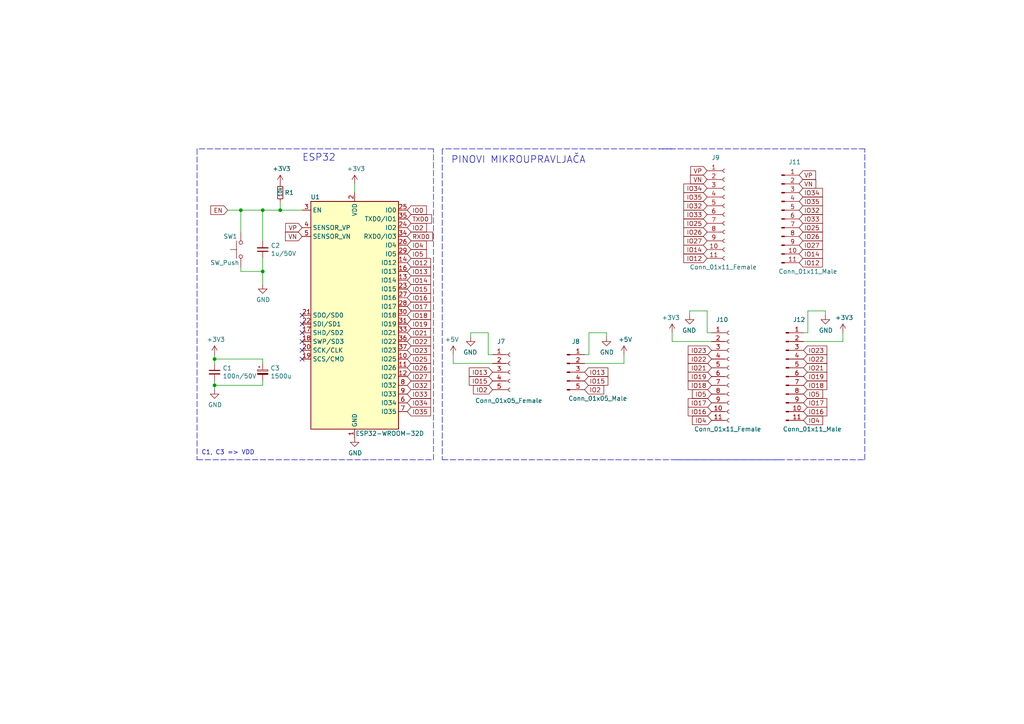
<source format=kicad_sch>
(kicad_sch (version 20211123) (generator eeschema)
  (paper "A4")
  (title_block (title "ESP32IoTPlatform") (date "2022-02-09") (rev "v4r1") (company "TVZ"))
  (lib_symbols
    (symbol "Connector:Conn_01x05_Female" (pin_names (offset 1.016) hide)
      (property "Reference" "J" (at 0 7.62 0))
      (property "Value" "Conn_01x05_Female" (at 0 -7.62 0))
      (symbol "Conn_01x05_Female_1_1"
        (arc (start 0 -4.572) (mid -0.508 -5.08) (end 0 -5.588) (stroke (width 0.1524)))
        (arc (start 0 -2.032) (mid -0.508 -2.54) (end 0 -3.048) (stroke (width 0.1524)))
        (polyline (pts (xy -1.27 -5.08) (xy -0.508 -5.08)) (stroke (width 0.1524)))
        (polyline (pts (xy -1.27 -2.54) (xy -0.508 -2.54)) (stroke (width 0.1524)))
        (polyline (pts (xy -1.27 0) (xy -0.508 0)) (stroke (width 0.1524)))
        (polyline (pts (xy -1.27 2.54) (xy -0.508 2.54)) (stroke (width 0.1524)))
        (polyline (pts (xy -1.27 5.08) (xy -0.508 5.08)) (stroke (width 0.1524)))
        (arc (start 0 0.508) (mid -0.508 0) (end 0 -0.508) (stroke (width 0.1524)))
        (arc (start 0 3.048) (mid -0.508 2.54) (end 0 2.032) (stroke (width 0.1524)))
        (arc (start 0 5.588) (mid -0.508 5.08) (end 0 4.572) (stroke (width 0.1524)))
        (pin passive line (at -5.08 5.08 0) (length 3.81) (name "Pin_1") (number "1"))
        (pin passive line (at -5.08 2.54 0) (length 3.81) (name "Pin_2") (number "2"))
        (pin passive line (at -5.08 0 0) (length 3.81) (name "Pin_3") (number "3"))
        (pin passive line (at -5.08 -2.54 0) (length 3.81) (name "Pin_4") (number "4"))
        (pin passive line (at -5.08 -5.08 0) (length 3.81) (name "Pin_5") (number "5"))
      )
    )
    (symbol "Connector:Conn_01x05_Male" (pin_names (offset 1.016) hide)
      (property "Reference" "J" (at 0 7.62 0))
      (property "Value" "Conn_01x05_Male" (at 0 -7.62 0))
      (symbol "Conn_01x05_Male_1_1"
        (polyline (pts (xy 1.27 -5.08) (xy 0.8636 -5.08)) (stroke (width 0.1524)))
        (polyline (pts (xy 1.27 -2.54) (xy 0.8636 -2.54)) (stroke (width 0.1524)))
        (polyline (pts (xy 1.27 0) (xy 0.8636 0)) (stroke (width 0.1524)))
        (polyline (pts (xy 1.27 2.54) (xy 0.8636 2.54)) (stroke (width 0.1524)))
        (polyline (pts (xy 1.27 5.08) (xy 0.8636 5.08)) (stroke (width 0.1524)))
        (rectangle (start 0.8636 -4.953) (end 0 -5.207) (stroke (width 0.1524)) (fill (type outline)))
        (rectangle (start 0.8636 -2.413) (end 0 -2.667) (stroke (width 0.1524)) (fill (type outline)))
        (rectangle (start 0.8636 0.127) (end 0 -0.127) (stroke (width 0.1524)) (fill (type outline)))
        (rectangle (start 0.8636 2.667) (end 0 2.413) (stroke (width 0.1524)) (fill (type outline)))
        (rectangle (start 0.8636 5.207) (end 0 4.953) (stroke (width 0.1524)) (fill (type outline)))
        (pin passive line (at 5.08 5.08 180) (length 3.81) (name "Pin_1") (number "1"))
        (pin passive line (at 5.08 2.54 180) (length 3.81) (name "Pin_2") (number "2"))
        (pin passive line (at 5.08 0 180) (length 3.81) (name "Pin_3") (number "3"))
        (pin passive line (at 5.08 -2.54 180) (length 3.81) (name "Pin_4") (number "4"))
        (pin passive line (at 5.08 -5.08 180) (length 3.81) (name "Pin_5") (number "5"))
      )
    )
    (symbol "Connector:Conn_01x11_Female" (pin_names (offset 1.016) hide)
      (property "Reference" "J" (at 0 15.24 0))
      (property "Value" "Conn_01x11_Female" (at 0 -15.24 0))
      (symbol "Conn_01x11_Female_1_1"
        (arc (start 0 -12.192) (mid -0.508 -12.7) (end 0 -13.208) (stroke (width 0.1524)))
        (arc (start 0 -9.652) (mid -0.508 -10.16) (end 0 -10.668) (stroke (width 0.1524)))
        (arc (start 0 -7.112) (mid -0.508 -7.62) (end 0 -8.128) (stroke (width 0.1524)))
        (arc (start 0 -4.572) (mid -0.508 -5.08) (end 0 -5.588) (stroke (width 0.1524)))
        (arc (start 0 -2.032) (mid -0.508 -2.54) (end 0 -3.048) (stroke (width 0.1524)))
        (polyline (pts (xy -1.27 -12.7) (xy -0.508 -12.7)) (stroke (width 0.1524)))
        (polyline (pts (xy -1.27 -10.16) (xy -0.508 -10.16)) (stroke (width 0.1524)))
        (polyline (pts (xy -1.27 -7.62) (xy -0.508 -7.62)) (stroke (width 0.1524)))
        (polyline (pts (xy -1.27 -5.08) (xy -0.508 -5.08)) (stroke (width 0.1524)))
        (polyline (pts (xy -1.27 -2.54) (xy -0.508 -2.54)) (stroke (width 0.1524)))
        (polyline (pts (xy -1.27 0) (xy -0.508 0)) (stroke (width 0.1524)))
        (polyline (pts (xy -1.27 2.54) (xy -0.508 2.54)) (stroke (width 0.1524)))
        (polyline (pts (xy -1.27 5.08) (xy -0.508 5.08)) (stroke (width 0.1524)))
        (polyline (pts (xy -1.27 7.62) (xy -0.508 7.62)) (stroke (width 0.1524)))
        (polyline (pts (xy -1.27 10.16) (xy -0.508 10.16)) (stroke (width 0.1524)))
        (polyline (pts (xy -1.27 12.7) (xy -0.508 12.7)) (stroke (width 0.1524)))
        (arc (start 0 0.508) (mid -0.508 0) (end 0 -0.508) (stroke (width 0.1524)))
        (arc (start 0 3.048) (mid -0.508 2.54) (end 0 2.032) (stroke (width 0.1524)))
        (arc (start 0 5.588) (mid -0.508 5.08) (end 0 4.572) (stroke (width 0.1524)))
        (arc (start 0 8.128) (mid -0.508 7.62) (end 0 7.112) (stroke (width 0.1524)))
        (arc (start 0 10.668) (mid -0.508 10.16) (end 0 9.652) (stroke (width 0.1524)))
        (arc (start 0 13.208) (mid -0.508 12.7) (end 0 12.192) (stroke (width 0.1524)))
        (pin passive line (at -5.08 12.7 0) (length 3.81) (name "Pin_1") (number "1"))
        (pin passive line (at -5.08 -10.16 0) (length 3.81) (name "Pin_10") (number "10"))
        (pin passive line (at -5.08 -12.7 0) (length 3.81) (name "Pin_11") (number "11"))
        (pin passive line (at -5.08 10.16 0) (length 3.81) (name "Pin_2") (number "2"))
        (pin passive line (at -5.08 7.62 0) (length 3.81) (name "Pin_3") (number "3"))
        (pin passive line (at -5.08 5.08 0) (length 3.81) (name "Pin_4") (number "4"))
        (pin passive line (at -5.08 2.54 0) (length 3.81) (name "Pin_5") (number "5"))
        (pin passive line (at -5.08 0 0) (length 3.81) (name "Pin_6") (number "6"))
        (pin passive line (at -5.08 -2.54 0) (length 3.81) (name "Pin_7") (number "7"))
        (pin passive line (at -5.08 -5.08 0) (length 3.81) (name "Pin_8") (number "8"))
        (pin passive line (at -5.08 -7.62 0) (length 3.81) (name "Pin_9") (number "9"))
      )
    )
    (symbol "Connector:Conn_01x11_Male" (pin_names (offset 1.016) hide)
      (property "Reference" "J" (at 0 15.24 0))
      (property "Value" "Conn_01x11_Male" (at 0 -15.24 0))
      (symbol "Conn_01x11_Male_1_1"
        (polyline (pts (xy 1.27 -12.7) (xy 0.8636 -12.7)) (stroke (width 0.1524)))
        (polyline (pts (xy 1.27 -10.16) (xy 0.8636 -10.16)) (stroke (width 0.1524)))
        (polyline (pts (xy 1.27 -7.62) (xy 0.8636 -7.62)) (stroke (width 0.1524)))
        (polyline (pts (xy 1.27 -5.08) (xy 0.8636 -5.08)) (stroke (width 0.1524)))
        (polyline (pts (xy 1.27 -2.54) (xy 0.8636 -2.54)) (stroke (width 0.1524)))
        (polyline (pts (xy 1.27 0) (xy 0.8636 0)) (stroke (width 0.1524)))
        (polyline (pts (xy 1.27 2.54) (xy 0.8636 2.54)) (stroke (width 0.1524)))
        (polyline (pts (xy 1.27 5.08) (xy 0.8636 5.08)) (stroke (width 0.1524)))
        (polyline (pts (xy 1.27 7.62) (xy 0.8636 7.62)) (stroke (width 0.1524)))
        (polyline (pts (xy 1.27 10.16) (xy 0.8636 10.16)) (stroke (width 0.1524)))
        (polyline (pts (xy 1.27 12.7) (xy 0.8636 12.7)) (stroke (width 0.1524)))
        (rectangle (start 0.8636 -12.573) (end 0 -12.827) (stroke (width 0.1524)) (fill (type outline)))
        (rectangle (start 0.8636 -10.033) (end 0 -10.287) (stroke (width 0.1524)) (fill (type outline)))
        (rectangle (start 0.8636 -7.493) (end 0 -7.747) (stroke (width 0.1524)) (fill (type outline)))
        (rectangle (start 0.8636 -4.953) (end 0 -5.207) (stroke (width 0.1524)) (fill (type outline)))
        (rectangle (start 0.8636 -2.413) (end 0 -2.667) (stroke (width 0.1524)) (fill (type outline)))
        (rectangle (start 0.8636 0.127) (end 0 -0.127) (stroke (width 0.1524)) (fill (type outline)))
        (rectangle (start 0.8636 2.667) (end 0 2.413) (stroke (width 0.1524)) (fill (type outline)))
        (rectangle (start 0.8636 5.207) (end 0 4.953) (stroke (width 0.1524)) (fill (type outline)))
        (rectangle (start 0.8636 7.747) (end 0 7.493) (stroke (width 0.1524)) (fill (type outline)))
        (rectangle (start 0.8636 10.287) (end 0 10.033) (stroke (width 0.1524)) (fill (type outline)))
        (rectangle (start 0.8636 12.827) (end 0 12.573) (stroke (width 0.1524)) (fill (type outline)))
        (pin passive line (at 5.08 12.7 180) (length 3.81) (name "Pin_1") (number "1"))
        (pin passive line (at 5.08 -10.16 180) (length 3.81) (name "Pin_10") (number "10"))
        (pin passive line (at 5.08 -12.7 180) (length 3.81) (name "Pin_11") (number "11"))
        (pin passive line (at 5.08 10.16 180) (length 3.81) (name "Pin_2") (number "2"))
        (pin passive line (at 5.08 7.62 180) (length 3.81) (name "Pin_3") (number "3"))
        (pin passive line (at 5.08 5.08 180) (length 3.81) (name "Pin_4") (number "4"))
        (pin passive line (at 5.08 2.54 180) (length 3.81) (name "Pin_5") (number "5"))
        (pin passive line (at 5.08 0 180) (length 3.81) (name "Pin_6") (number "6"))
        (pin passive line (at 5.08 -2.54 180) (length 3.81) (name "Pin_7") (number "7"))
        (pin passive line (at 5.08 -5.08 180) (length 3.81) (name "Pin_8") (number "8"))
        (pin passive line (at 5.08 -7.62 180) (length 3.81) (name "Pin_9") (number "9"))
      )
    )
    (symbol "Device:C_Polarized_Small" (pin_numbers hide) (pin_names (offset 0.254) hide)
      (property "Reference" "C" (at 0.254 1.778 0))
      (property "Value" "C_Polarized_Small" (at 0.254 -2.032 0))
      (symbol "C_Polarized_Small_0_1"
        (rectangle (start -1.524 -0.3048) (end 1.524 -0.6858) (fill (type outline)))
        (rectangle (start -1.524 0.6858) (end 1.524 0.3048))
        (polyline (pts (xy -1.27 1.524) (xy -0.762 1.524)))
        (polyline (pts (xy -1.016 1.27) (xy -1.016 1.778)))
      )
      (symbol "C_Polarized_Small_1_1"
        (pin passive line (at 0 2.54 270) (length 1.8542) (name "~") (number "1"))
        (pin passive line (at 0 -2.54 90) (length 1.8542) (name "~") (number "2"))
      )
    )
    (symbol "Device:C_Small" (pin_numbers hide) (pin_names (offset 0.254) hide)
      (property "Reference" "C" (at 0.254 1.778 0))
      (property "Value" "C_Small" (at 0.254 -2.032 0))
      (symbol "C_Small_0_1"
        (polyline (pts (xy -1.524 -0.508) (xy 1.524 -0.508)) (stroke (width 0.3302)))
        (polyline (pts (xy -1.524 0.508) (xy 1.524 0.508)) (stroke (width 0.3048)))
      )
      (symbol "C_Small_1_1"
        (pin passive line (at 0 2.54 270) (length 2.032) (name "~") (number "1"))
        (pin passive line (at 0 -2.54 90) (length 2.032) (name "~") (number "2"))
      )
    )
    (symbol "Device:R_Small" (pin_numbers hide) (pin_names (offset 0.254) hide)
      (property "Reference" "R" (at 0.762 0.508 0))
      (property "Value" "R_Small" (at 0.762 -1.016 0))
      (symbol "R_Small_0_1"
        (rectangle (start -0.762 1.778) (end 0.762 -1.778) (stroke (width 0.2032)))
      )
      (symbol "R_Small_1_1"
        (pin passive line (at 0 2.54 270) (length 0.762) (name "~") (number "1"))
        (pin passive line (at 0 -2.54 90) (length 0.762) (name "~") (number "2"))
      )
    )
    (symbol "RF_Module:ESP32-WROOM-32D"
      (property "Reference" "U" (at -12.7 34.29 0))
      (property "Value" "ESP32-WROOM-32D" (at 1.27 34.29 0))
      (symbol "ESP32-WROOM-32D_0_1"
        (rectangle (start -12.7 33.02) (end 12.7 -33.02) (stroke (width 0.254)) (fill (type background)))
      )
      (symbol "ESP32-WROOM-32D_1_1"
        (pin power_in line (at 0 -35.56 90) (length 2.54) (name "GND") (number "1"))
        (pin bidirectional line (at 15.24 -12.7 180) (length 2.54) (name "IO25") (number "10"))
        (pin bidirectional line (at 15.24 -15.24 180) (length 2.54) (name "IO26") (number "11"))
        (pin bidirectional line (at 15.24 -17.78 180) (length 2.54) (name "IO27") (number "12"))
        (pin bidirectional line (at 15.24 10.16 180) (length 2.54) (name "IO14") (number "13"))
        (pin bidirectional line (at 15.24 15.24 180) (length 2.54) (name "IO12") (number "14"))
        (pin passive line (at 0 -35.56 90) (length 2.54) hide (name "GND") (number "15"))
        (pin bidirectional line (at 15.24 12.7 180) (length 2.54) (name "IO13") (number "16"))
        (pin bidirectional line (at -15.24 -5.08 0) (length 2.54) (name "SHD/SD2") (number "17"))
        (pin bidirectional line (at -15.24 -7.62 0) (length 2.54) (name "SWP/SD3") (number "18"))
        (pin bidirectional line (at -15.24 -12.7 0) (length 2.54) (name "SCS/CMD") (number "19"))
        (pin power_in line (at 0 35.56 270) (length 2.54) (name "VDD") (number "2"))
        (pin bidirectional line (at -15.24 -10.16 0) (length 2.54) (name "SCK/CLK") (number "20"))
        (pin bidirectional line (at -15.24 0 0) (length 2.54) (name "SDO/SD0") (number "21"))
        (pin bidirectional line (at -15.24 -2.54 0) (length 2.54) (name "SDI/SD1") (number "22"))
        (pin bidirectional line (at 15.24 7.62 180) (length 2.54) (name "IO15") (number "23"))
        (pin bidirectional line (at 15.24 25.4 180) (length 2.54) (name "IO2") (number "24"))
        (pin bidirectional line (at 15.24 30.48 180) (length 2.54) (name "IO0") (number "25"))
        (pin bidirectional line (at 15.24 20.32 180) (length 2.54) (name "IO4") (number "26"))
        (pin bidirectional line (at 15.24 5.08 180) (length 2.54) (name "IO16") (number "27"))
        (pin bidirectional line (at 15.24 2.54 180) (length 2.54) (name "IO17") (number "28"))
        (pin bidirectional line (at 15.24 17.78 180) (length 2.54) (name "IO5") (number "29"))
        (pin input line (at -15.24 30.48 0) (length 2.54) (name "EN") (number "3"))
        (pin bidirectional line (at 15.24 0 180) (length 2.54) (name "IO18") (number "30"))
        (pin bidirectional line (at 15.24 -2.54 180) (length 2.54) (name "IO19") (number "31"))
        (pin no_connect line (at -12.7 -27.94 0) (length 2.54) hide (name "NC") (number "32"))
        (pin bidirectional line (at 15.24 -5.08 180) (length 2.54) (name "IO21") (number "33"))
        (pin bidirectional line (at 15.24 22.86 180) (length 2.54) (name "RXD0/IO3") (number "34"))
        (pin bidirectional line (at 15.24 27.94 180) (length 2.54) (name "TXD0/IO1") (number "35"))
        (pin bidirectional line (at 15.24 -7.62 180) (length 2.54) (name "IO22") (number "36"))
        (pin bidirectional line (at 15.24 -10.16 180) (length 2.54) (name "IO23") (number "37"))
        (pin passive line (at 0 -35.56 90) (length 2.54) hide (name "GND") (number "38"))
        (pin passive line (at 0 -35.56 90) (length 2.54) hide (name "GND") (number "39"))
        (pin input line (at -15.24 25.4 0) (length 2.54) (name "SENSOR_VP") (number "4"))
        (pin input line (at -15.24 22.86 0) (length 2.54) (name "SENSOR_VN") (number "5"))
        (pin input line (at 15.24 -25.4 180) (length 2.54) (name "IO34") (number "6"))
        (pin input line (at 15.24 -27.94 180) (length 2.54) (name "IO35") (number "7"))
        (pin bidirectional line (at 15.24 -20.32 180) (length 2.54) (name "IO32") (number "8"))
        (pin bidirectional line (at 15.24 -22.86 180) (length 2.54) (name "IO33") (number "9"))
      )
    )
    (symbol "Switch:SW_Push" (pin_numbers hide) (pin_names (offset 1.016) hide)
      (property "Reference" "SW" (at 1.27 2.54 0))
      (property "Value" "SW_Push" (at 0 -1.524 0))
      (symbol "SW_Push_0_1"
        (circle (center -2.032 0) (radius 0.508))
        (polyline (pts (xy 0 1.27) (xy 0 3.048)))
        (polyline (pts (xy 2.54 1.27) (xy -2.54 1.27)))
        (circle (center 2.032 0) (radius 0.508))
        (pin passive line (at -5.08 0 0) (length 2.54) (name "1") (number "1"))
        (pin passive line (at 5.08 0 180) (length 2.54) (name "2") (number "2"))
      )
    )
    (symbol "power:+3V3" (power) (pin_names (offset 0))
      (property "Value" "+3V3" (at 0 3.556 0))
      (symbol "+3V3_0_1"
        (polyline (pts (xy -0.762 1.27) (xy 0 2.54)))
        (polyline (pts (xy 0 0) (xy 0 2.54)))
        (polyline (pts (xy 0 2.54) (xy 0.762 1.27)))
      )
      (symbol "+3V3_1_1"
        (pin power_in line (at 0 0 90) (length 0) hide (name "+3V3") (number "1"))
      )
    )
    (symbol "power:+5V" (power) (pin_names (offset 0))
      (property "Value" "+5V" (at 0 3.556 0))
      (symbol "+5V_0_1"
        (polyline (pts (xy -0.762 1.27) (xy 0 2.54)))
        (polyline (pts (xy 0 0) (xy 0 2.54)))
        (polyline (pts (xy 0 2.54) (xy 0.762 1.27)))
      )
      (symbol "+5V_1_1"
        (pin power_in line (at 0 0 90) (length 0) hide (name "+5V") (number "1"))
      )
    )
    (symbol "power:GND" (power) (pin_names (offset 0))
      (property "Value" "GND" (at 0 -3.81 0))
      (symbol "GND_0_1"
        (polyline (pts (xy 0 0) (xy 0 -1.27) (xy 1.27 -1.27) (xy 0 -2.54) (xy -1.27 -1.27) (xy 0 -1.27)))
      )
      (symbol "GND_1_1"
        (pin power_in line (at 0 0 270) (length 0) hide (name "GND") (number "1"))
      )
    )
  )
  (junction (at 76.2 78.74))
  (junction (at 62.23 104.14))
  (junction (at 69.85 60.96))
  (junction (at 81.28 60.96))
  (junction (at 76.2 60.96))
  (junction (at 62.23 111.76))
  (no_connect (at 87.63 104.14))
  (no_connect (at 87.63 93.98))
  (no_connect (at 87.63 91.44))
  (no_connect (at 87.63 101.6))
  (no_connect (at 87.63 99.06))
  (no_connect (at 87.63 96.52))
  (wire (pts (xy 170.815 102.87) (xy 170.815 96.52)))
  (wire (pts (xy 76.2 60.96) (xy 81.28 60.96)))
  (wire (pts (xy 81.28 60.96) (xy 87.63 60.96)))
  (wire (pts (xy 194.945 96.52) (xy 194.945 99.06)))
  (wire (pts (xy 131.445 105.41) (xy 142.875 105.41)))
  (polyline (pts (xy 125.73 133.35) (xy 125.73 43.18)))
  (wire (pts (xy 69.85 67.31) (xy 69.85 60.96)))
  (wire (pts (xy 66.04 60.96) (xy 69.85 60.96)))
  (wire (pts (xy 76.2 78.74) (xy 76.2 82.55)))
  (wire (pts (xy 62.23 111.76) (xy 76.2 111.76)))
  (wire (pts (xy 141.605 96.52) (xy 136.525 96.52)))
  (wire (pts (xy 239.395 91.44) (xy 239.395 90.17)))
  (wire (pts (xy 62.23 111.76) (xy 62.23 113.03)))
  (wire (pts (xy 76.2 105.41) (xy 76.2 104.14)))
  (wire (pts (xy 205.105 96.52) (xy 206.375 96.52)))
  (wire (pts (xy 62.23 105.41) (xy 62.23 104.14)))
  (wire (pts (xy 69.85 60.96) (xy 76.2 60.96)))
  (wire (pts (xy 142.875 102.87) (xy 141.605 102.87)))
  (polyline (pts (xy 128.27 133.35) (xy 226.695 133.35)))
  (wire (pts (xy 180.975 105.41) (xy 169.545 105.41)))
  (wire (pts (xy 234.315 96.52) (xy 233.045 96.52)))
  (wire (pts (xy 175.895 96.52) (xy 175.895 97.79)))
  (wire (pts (xy 194.945 99.06) (xy 206.375 99.06)))
  (polyline (pts (xy 57.15 43.18) (xy 57.15 133.35)))
  (wire (pts (xy 62.23 102.87) (xy 62.23 104.14)))
  (wire (pts (xy 234.315 90.17) (xy 234.315 96.52)))
  (wire (pts (xy 81.28 58.42) (xy 81.28 60.96)))
  (wire (pts (xy 76.2 69.85) (xy 76.2 60.96)))
  (wire (pts (xy 62.23 111.76) (xy 62.23 110.49)))
  (wire (pts (xy 69.85 78.74) (xy 76.2 78.74)))
  (wire (pts (xy 76.2 110.49) (xy 76.2 111.76)))
  (wire (pts (xy 200.025 90.17) (xy 205.105 90.17)))
  (polyline (pts (xy 196.215 133.35) (xy 250.825 133.35)))
  (wire (pts (xy 244.475 99.06) (xy 233.045 99.06)))
  (wire (pts (xy 200.025 91.44) (xy 200.025 90.17)))
  (wire (pts (xy 102.87 53.34) (xy 102.87 55.88)))
  (wire (pts (xy 205.105 90.17) (xy 205.105 96.52)))
  (wire (pts (xy 169.545 102.87) (xy 170.815 102.87)))
  (wire (pts (xy 180.975 102.87) (xy 180.975 105.41)))
  (wire (pts (xy 131.445 102.87) (xy 131.445 105.41)))
  (polyline (pts (xy 125.73 43.18) (xy 57.15 43.18)))
  (polyline (pts (xy 194.945 43.18) (xy 128.27 43.18)))
  (wire (pts (xy 141.605 102.87) (xy 141.605 96.52)))
  (polyline (pts (xy 250.825 43.18) (xy 191.135 43.18)))
  (wire (pts (xy 136.525 96.52) (xy 136.525 97.79)))
  (polyline (pts (xy 57.15 133.35) (xy 125.73 133.35)))
  (polyline (pts (xy 128.27 43.18) (xy 128.27 133.35)))
  (wire (pts (xy 69.85 77.47) (xy 69.85 78.74)))
  (wire (pts (xy 76.2 74.93) (xy 76.2 78.74)))
  (wire (pts (xy 62.23 104.14) (xy 76.2 104.14)))
  (polyline (pts (xy 250.825 133.35) (xy 250.825 43.18)))
  (wire (pts (xy 244.475 96.52) (xy 244.475 99.06)))
  (wire (pts (xy 239.395 90.17) (xy 234.315 90.17)))
  (wire (pts (xy 170.815 96.52) (xy 175.895 96.52)))
  (text "ESP32" (at 87.63 46.99 0) (effects (font (size 2.0066 2.0066)) (justify left bottom)))
  (text "PINOVI MIKROUPRAVLJAČA" (at 130.81 47.625 0) (effects (font (size 2.0066 2.0066)) (justify left bottom)))
  (text "C1, C3 => VDD" (at 58.42 132.08 0) (effects (font (size 1.27 1.27)) (justify left bottom)))
  (global_label "IO34" (shape input) (at 231.775 55.88 0) (property "Intersheet References" "${INTERSHEET_REFS}" (effects hide)))
  (global_label "IO14" (shape input) (at 231.775 73.66 0) (property "Intersheet References" "${INTERSHEET_REFS}" (effects hide)))
  (global_label "IO35" (shape input) (at 231.775 58.42 0) (property "Intersheet References" "${INTERSHEET_REFS}" (effects hide)))
  (global_label "IO35" (shape input) (at 205.105 57.15 180) (property "Intersheet References" "${INTERSHEET_REFS}" (effects hide)))
  (global_label "IO16" (shape input) (at 118.11 86.36 0) (property "Intersheet References" "${INTERSHEET_REFS}" (effects hide)))
  (global_label "IO18" (shape input) (at 118.11 91.44 0) (property "Intersheet References" "${INTERSHEET_REFS}" (effects hide)))
  (global_label "IO17" (shape input) (at 233.045 116.84 0) (property "Intersheet References" "${INTERSHEET_REFS}" (effects hide)))
  (global_label "IO18" (shape input) (at 206.375 111.76 180) (property "Intersheet References" "${INTERSHEET_REFS}" (effects hide)))
  (global_label "VN" (shape input) (at 205.105 52.07 180) (property "Intersheet References" "${INTERSHEET_REFS}" (effects hide)))
  (global_label "VN" (shape input) (at 231.775 53.34 0) (property "Intersheet References" "${INTERSHEET_REFS}" (effects hide)))
  (global_label "VP" (shape input) (at 87.63 66.04 180) (property "Intersheet References" "${INTERSHEET_REFS}" (effects hide)))
  (global_label "IO33" (shape input) (at 118.11 114.3 0) (property "Intersheet References" "${INTERSHEET_REFS}" (effects hide)))
  (global_label "IO12" (shape input) (at 118.11 76.2 0) (property "Intersheet References" "${INTERSHEET_REFS}" (effects hide)))
  (global_label "IO27" (shape input) (at 118.11 109.22 0) (property "Intersheet References" "${INTERSHEET_REFS}" (effects hide)))
  (global_label "IO18" (shape input) (at 233.045 111.76 0) (property "Intersheet References" "${INTERSHEET_REFS}" (effects hide)))
  (global_label "EN" (shape input) (at 66.04 60.96 180) (property "Intersheet References" "${INTERSHEET_REFS}" (effects hide)))
  (global_label "IO26" (shape input) (at 231.775 68.58 0) (property "Intersheet References" "${INTERSHEET_REFS}" (effects hide)))
  (global_label "IO22" (shape input) (at 118.11 99.06 0) (property "Intersheet References" "${INTERSHEET_REFS}" (effects hide)))
  (global_label "IO33" (shape input) (at 231.775 63.5 0) (property "Intersheet References" "${INTERSHEET_REFS}" (effects hide)))
  (global_label "IO16" (shape input) (at 206.375 119.38 180) (property "Intersheet References" "${INTERSHEET_REFS}" (effects hide)))
  (global_label "IO26" (shape input) (at 118.11 106.68 0) (property "Intersheet References" "${INTERSHEET_REFS}" (effects hide)))
  (global_label "IO34" (shape input) (at 205.105 54.61 180) (property "Intersheet References" "${INTERSHEET_REFS}" (effects hide)))
  (global_label "IO25" (shape input) (at 231.775 66.04 0) (property "Intersheet References" "${INTERSHEET_REFS}" (effects hide)))
  (global_label "VP" (shape input) (at 231.775 50.8 0) (property "Intersheet References" "${INTERSHEET_REFS}" (effects hide)))
  (global_label "IO21" (shape input) (at 118.11 96.52 0) (property "Intersheet References" "${INTERSHEET_REFS}" (effects hide)))
  (global_label "IO15" (shape input) (at 142.875 110.49 180) (property "Intersheet References" "${INTERSHEET_REFS}" (effects hide)))
  (global_label "IO4" (shape input) (at 206.375 121.92 180) (property "Intersheet References" "${INTERSHEET_REFS}" (effects hide)))
  (global_label "VP" (shape input) (at 205.105 49.53 180) (property "Intersheet References" "${INTERSHEET_REFS}" (effects hide)))
  (global_label "IO14" (shape input) (at 118.11 81.28 0) (property "Intersheet References" "${INTERSHEET_REFS}" (effects hide)))
  (global_label "IO14" (shape input) (at 205.105 72.39 180) (property "Intersheet References" "${INTERSHEET_REFS}" (effects hide)))
  (global_label "IO27" (shape input) (at 231.775 71.12 0) (property "Intersheet References" "${INTERSHEET_REFS}" (effects hide)))
  (global_label "IO12" (shape input) (at 205.105 74.93 180) (property "Intersheet References" "${INTERSHEET_REFS}" (effects hide)))
  (global_label "IO21" (shape input) (at 206.375 106.68 180) (property "Intersheet References" "${INTERSHEET_REFS}" (effects hide)))
  (global_label "IO32" (shape input) (at 118.11 111.76 0) (property "Intersheet References" "${INTERSHEET_REFS}" (effects hide)))
  (global_label "IO26" (shape input) (at 205.105 67.31 180) (property "Intersheet References" "${INTERSHEET_REFS}" (effects hide)))
  (global_label "IO19" (shape input) (at 233.045 109.22 0) (property "Intersheet References" "${INTERSHEET_REFS}" (effects hide)))
  (global_label "IO15" (shape input) (at 118.11 83.82 0) (property "Intersheet References" "${INTERSHEET_REFS}" (effects hide)))
  (global_label "IO23" (shape input) (at 118.11 101.6 0) (property "Intersheet References" "${INTERSHEET_REFS}" (effects hide)))
  (global_label "IO5" (shape input) (at 233.045 114.3 0) (property "Intersheet References" "${INTERSHEET_REFS}" (effects hide)))
  (global_label "IO23" (shape input) (at 233.045 101.6 0) (property "Intersheet References" "${INTERSHEET_REFS}" (effects hide)))
  (global_label "IO32" (shape input) (at 231.775 60.96 0) (property "Intersheet References" "${INTERSHEET_REFS}" (effects hide)))
  (global_label "IO13" (shape input) (at 142.875 107.95 180) (property "Intersheet References" "${INTERSHEET_REFS}" (effects hide)))
  (global_label "IO12" (shape input) (at 231.775 76.2 0) (property "Intersheet References" "${INTERSHEET_REFS}" (effects hide)))
  (global_label "IO2" (shape input) (at 142.875 113.03 180) (property "Intersheet References" "${INTERSHEET_REFS}" (effects hide)))
  (global_label "IO23" (shape input) (at 206.375 101.6 180) (property "Intersheet References" "${INTERSHEET_REFS}" (effects hide)))
  (global_label "IO35" (shape input) (at 118.11 119.38 0) (property "Intersheet References" "${INTERSHEET_REFS}" (effects hide)))
  (global_label "VN" (shape input) (at 87.63 68.58 180) (property "Intersheet References" "${INTERSHEET_REFS}" (effects hide)))
  (global_label "IO4" (shape input) (at 233.045 121.92 0) (property "Intersheet References" "${INTERSHEET_REFS}" (effects hide)))
  (global_label "IO2" (shape input) (at 118.11 66.04 0) (property "Intersheet References" "${INTERSHEET_REFS}" (effects hide)))
  (global_label "IO25" (shape input) (at 118.11 104.14 0) (property "Intersheet References" "${INTERSHEET_REFS}" (effects hide)))
  (global_label "IO5" (shape input) (at 206.375 114.3 180) (property "Intersheet References" "${INTERSHEET_REFS}" (effects hide)))
  (global_label "RXD0" (shape input) (at 118.11 68.58 0) (property "Intersheet References" "${INTERSHEET_REFS}" (effects hide)))
  (global_label "IO22" (shape input) (at 233.045 104.14 0) (property "Intersheet References" "${INTERSHEET_REFS}" (effects hide)))
  (global_label "IO13" (shape input) (at 118.11 78.74 0) (property "Intersheet References" "${INTERSHEET_REFS}" (effects hide)))
  (global_label "IO21" (shape input) (at 233.045 106.68 0) (property "Intersheet References" "${INTERSHEET_REFS}" (effects hide)))
  (global_label "IO25" (shape input) (at 205.105 64.77 180) (property "Intersheet References" "${INTERSHEET_REFS}" (effects hide)))
  (global_label "IO0" (shape input) (at 118.11 60.96 0) (property "Intersheet References" "${INTERSHEET_REFS}" (effects hide)))
  (global_label "IO34" (shape input) (at 118.11 116.84 0) (property "Intersheet References" "${INTERSHEET_REFS}" (effects hide)))
  (global_label "IO4" (shape input) (at 118.11 71.12 0) (property "Intersheet References" "${INTERSHEET_REFS}" (effects hide)))
  (global_label "IO17" (shape input) (at 206.375 116.84 180) (property "Intersheet References" "${INTERSHEET_REFS}" (effects hide)))
  (global_label "TXD0" (shape input) (at 118.11 63.5 0) (property "Intersheet References" "${INTERSHEET_REFS}" (effects hide)))
  (global_label "IO19" (shape input) (at 206.375 109.22 180) (property "Intersheet References" "${INTERSHEET_REFS}" (effects hide)))
  (global_label "IO33" (shape input) (at 205.105 62.23 180) (property "Intersheet References" "${INTERSHEET_REFS}" (effects hide)))
  (global_label "IO13" (shape input) (at 169.545 107.95 0) (property "Intersheet References" "${INTERSHEET_REFS}" (effects hide)))
  (global_label "IO22" (shape input) (at 206.375 104.14 180) (property "Intersheet References" "${INTERSHEET_REFS}" (effects hide)))
  (global_label "IO15" (shape input) (at 169.545 110.49 0) (property "Intersheet References" "${INTERSHEET_REFS}" (effects hide)))
  (global_label "IO5" (shape input) (at 118.11 73.66 0) (property "Intersheet References" "${INTERSHEET_REFS}" (effects hide)))
  (global_label "IO17" (shape input) (at 118.11 88.9 0) (property "Intersheet References" "${INTERSHEET_REFS}" (effects hide)))
  (global_label "IO19" (shape input) (at 118.11 93.98 0) (property "Intersheet References" "${INTERSHEET_REFS}" (effects hide)))
  (global_label "IO2" (shape input) (at 169.545 113.03 0) (property "Intersheet References" "${INTERSHEET_REFS}" (effects hide)))
  (global_label "IO16" (shape input) (at 233.045 119.38 0) (property "Intersheet References" "${INTERSHEET_REFS}" (effects hide)))
  (global_label "IO32" (shape input) (at 205.105 59.69 180) (property "Intersheet References" "${INTERSHEET_REFS}" (effects hide)))
  (global_label "IO27" (shape input) (at 205.105 69.85 180) (property "Intersheet References" "${INTERSHEET_REFS}" (effects hide)))
  (symbol (lib_id "power:+3V3") (at 194.945 96.52 0) (mirror y) (unit 1)
    (property "Reference" "#PWR0181" (effects hide))
    (property "Value" "+3V3" (at 194.564 92.1258 0))
  )
  (symbol (lib_id "power:+5V") (at 180.975 102.87 0) (unit 1)
    (property "Reference" "#PWR0169" (effects hide))
    (property "Value" "+5V" (at 181.356 98.4758 0))
  )
  (symbol (lib_id "Connector:Conn_01x11_Female") (at 210.185 62.23 0) (unit 1)
    (property "Reference" "J9" (at 206.375 45.72 0) (effects (justify left)))
    (property "Value" "Conn_01x11_Female" (at 200.025 77.47 0) (effects (justify left)))
    (property "Footprint" "Connector_PinSocket_2.54mm:PinSocket_1x11_P2.54mm_Vertical" (effects hide))
  )
  (symbol (lib_id "power:+3V3") (at 81.28 53.34 0) (unit 1)
    (property "Reference" "#PWR0176" (effects hide))
    (property "Value" "+3V3" (at 81.661 48.9458 0))
  )
  (symbol (lib_id "power:+3V3") (at 102.87 53.34 0) (unit 1)
    (property "Reference" "#PWR0175" (effects hide))
    (property "Value" "+3V3" (at 103.251 48.9458 0))
  )
  (symbol (lib_id "Connector:Conn_01x05_Female") (at 147.955 107.95 0) (unit 1)
    (property "Reference" "J7" (at 144.145 99.06 0) (effects (justify left)))
    (property "Value" "Conn_01x05_Female" (at 137.795 116.205 0) (effects (justify left)))
    (property "Footprint" "Connector_PinSocket_2.54mm:PinSocket_1x05_P2.54mm_Vertical" (effects hide))
  )
  (symbol (lib_id "Device:C_Small") (at 76.2 72.39 180) (unit 1)
    (property "Reference" "C2" (at 78.5368 71.2216 0) (effects (justify right)))
    (property "Value" "1u/50V" (at 78.5368 73.533 0) (effects (justify right)))
    (property "Footprint" "Capacitor_SMD:C_0805_2012Metric" (effects hide))
  )
  (symbol (lib_id "power:GND") (at 136.525 97.79 0) (mirror y) (unit 1)
    (property "Reference" "#PWR0178" (effects hide))
    (property "Value" "GND" (at 136.398 102.1842 0))
  )
  (symbol (lib_id "Device:C_Polarized_Small") (at 76.2 107.95 0) (unit 1)
    (property "Reference" "C3" (at 78.4352 106.7816 0) (effects (justify left)))
    (property "Value" "1500u" (at 78.4352 109.093 0) (effects (justify left)))
    (property "Footprint" "Capacitor_Tantalum_SMD:CP_EIA-7343-31_Kemet-D" (effects hide))
  )
  (symbol (lib_id "Device:C_Small") (at 62.23 107.95 0) (unit 1)
    (property "Reference" "C1" (at 64.5668 106.7816 0) (effects (justify left)))
    (property "Value" "100n/50V" (at 64.5668 109.093 0) (effects (justify left)))
    (property "Footprint" "Capacitor_SMD:C_0805_2012Metric" (effects hide))
  )
  (symbol (lib_id "power:GND") (at 239.395 91.44 0) (unit 1)
    (property "Reference" "#PWR0182" (effects hide))
    (property "Value" "GND" (at 239.522 95.8342 0))
  )
  (symbol (lib_id "power:GND") (at 200.025 91.44 0) (mirror y) (unit 1)
    (property "Reference" "#PWR0180" (effects hide))
    (property "Value" "GND" (at 199.898 95.8342 0))
  )
  (symbol (lib_id "power:GND") (at 102.87 127 0) (unit 1)
    (property "Reference" "#PWR0173" (effects hide))
    (property "Value" "GND" (at 102.997 131.3942 0))
  )
  (symbol (lib_id "power:GND") (at 62.23 113.03 0) (unit 1)
    (property "Reference" "#PWR0172" (effects hide))
    (property "Value" "GND" (at 62.357 117.4242 0))
  )
  (symbol (lib_id "Connector:Conn_01x11_Female") (at 211.455 109.22 0) (unit 1)
    (property "Reference" "J10" (at 207.645 92.71 0) (effects (justify left)))
    (property "Value" "Conn_01x11_Female" (at 201.295 124.46 0) (effects (justify left)))
    (property "Footprint" "Connector_PinSocket_2.54mm:PinSocket_1x11_P2.54mm_Vertical" (effects hide))
  )
  (symbol (lib_id "power:GND") (at 76.2 82.55 0) (unit 1)
    (property "Reference" "#PWR0177" (effects hide))
    (property "Value" "GND" (at 76.327 86.9442 0))
  )
  (symbol (lib_id "power:+5V") (at 131.445 102.87 0) (mirror y) (unit 1)
    (property "Reference" "#PWR0179" (effects hide))
    (property "Value" "+5V" (at 131.064 98.4758 0))
  )
  (symbol (lib_id "power:+3V3") (at 62.23 102.87 0) (unit 1)
    (property "Reference" "#PWR0174" (effects hide))
    (property "Value" "+3V3" (at 62.611 98.4758 0))
  )
  (symbol (lib_id "RF_Module:ESP32-WROOM-32D") (at 102.87 91.44 0) (unit 1)
    (property "Reference" "U1" (at 91.44 57.15 0))
    (property "Value" "ESP32-WROOM-32D" (at 113.03 125.73 0))
    (property "Footprint" "RF_Module:ESP32-WROOM-32" (effects hide))
    (property "Datasheet" "https://www.espressif.com/sites/default/files/documentation/esp32-wroom-32d_esp32-wroom-32u_datasheet_en.pdf" (effects hide))
  )
  (symbol (lib_id "Connector:Conn_01x11_Male") (at 226.695 63.5 0) (unit 1)
    (property "Reference" "J11" (at 230.505 46.99 0))
    (property "Value" "Conn_01x11_Male" (at 234.315 78.74 0))
    (property "Footprint" "Connector_PinHeader_2.54mm:PinHeader_1x11_P2.54mm_Vertical" (effects hide))
  )
  (symbol (lib_id "Device:R_Small") (at 81.28 55.88 180) (unit 1)
    (property "Reference" "R1" (at 82.55 55.88 0) (effects (justify right)))
    (property "Value" "10k" (at 81.28 57.15 90) (effects (font (size 1 1)) (justify right)))
    (property "Footprint" "Resistor_SMD:R_0805_2012Metric" (effects hide))
  )
  (symbol (lib_id "Connector:Conn_01x05_Male") (at 164.465 107.95 0) (unit 1)
    (property "Reference" "J8" (at 167.005 99.06 0))
    (property "Value" "Conn_01x05_Male" (at 173.355 115.57 0))
    (property "Footprint" "Connector_PinHeader_2.54mm:PinHeader_1x05_P2.54mm_Vertical" (effects hide))
  )
  (symbol (lib_id "power:GND") (at 175.895 97.79 0) (unit 1)
    (property "Reference" "#PWR0170" (effects hide))
    (property "Value" "GND" (at 176.022 102.1842 0))
  )
  (symbol (lib_id "Switch:SW_Push") (at 69.85 72.39 90) (unit 1)
    (property "Reference" "SW1" (at 64.77 68.58 90) (effects (justify right)))
    (property "Value" "SW_Push" (at 60.96 76.2 90) (effects (justify right)))
    (property "Footprint" "Button_Switch_SMD:SW_SPST_PTS645" (effects hide))
  )
  (symbol (lib_id "Connector:Conn_01x11_Male") (at 227.965 109.22 0) (unit 1)
    (property "Reference" "J12" (at 231.775 92.71 0))
    (property "Value" "Conn_01x11_Male" (at 235.585 124.46 0))
    (property "Footprint" "Connector_PinHeader_2.54mm:PinHeader_1x11_P2.54mm_Vertical" (effects hide))
  )
  (symbol (lib_id "power:+3V3") (at 244.475 96.52 0) (unit 1)
    (property "Reference" "#PWR0171" (effects hide))
    (property "Value" "+3V3" (at 244.856 92.1258 0))
  )
)
</source>
